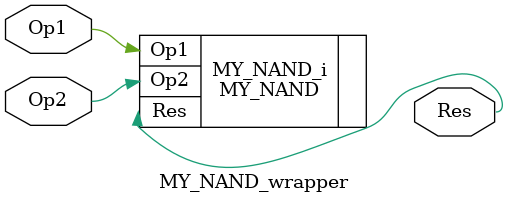
<source format=v>
`timescale 1 ps / 1 ps

module MY_NAND_wrapper
   (Op1,
    Op2,
    Res);
  input [0:0]Op1;
  input [0:0]Op2;
  output [0:0]Res;

  wire [0:0]Op1;
  wire [0:0]Op2;
  wire [0:0]Res;

  MY_NAND MY_NAND_i
       (.Op1(Op1),
        .Op2(Op2),
        .Res(Res));
endmodule

</source>
